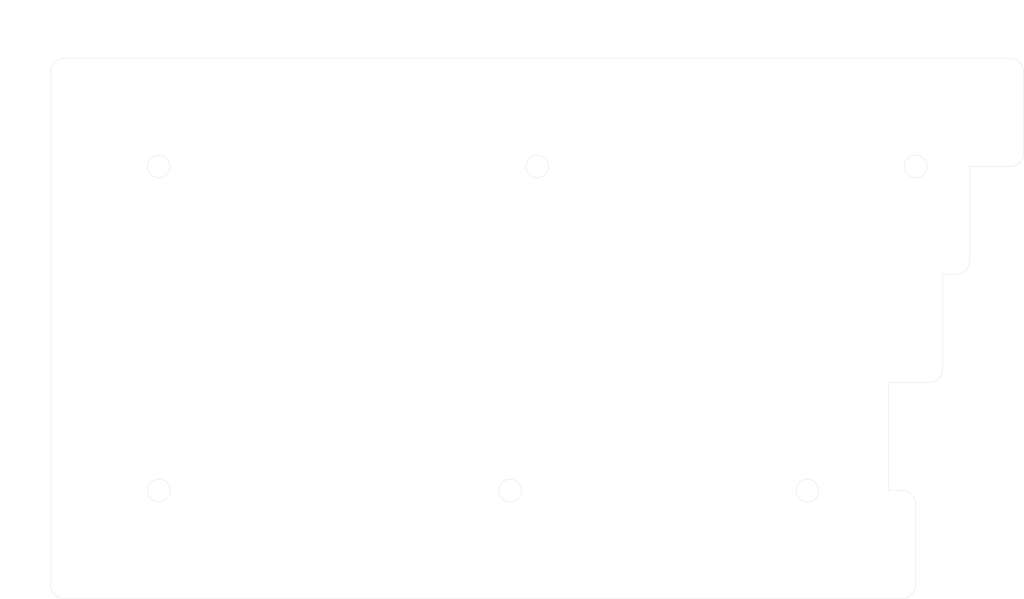
<source format=kicad_pcb>
(kicad_pcb (version 20171130) (host pcbnew 5.1.2-f72e74a~84~ubuntu18.04.1)

  (general
    (thickness 1.6)
    (drawings 30)
    (tracks 0)
    (zones 0)
    (modules 39)
    (nets 1)
  )

  (page A4)
  (layers
    (0 F.Cu signal)
    (31 B.Cu signal)
    (32 B.Adhes user)
    (33 F.Adhes user)
    (34 B.Paste user)
    (35 F.Paste user)
    (36 B.SilkS user)
    (37 F.SilkS user)
    (38 B.Mask user)
    (39 F.Mask user)
    (40 Dwgs.User user)
    (41 Cmts.User user)
    (42 Eco1.User user)
    (43 Eco2.User user)
    (44 Edge.Cuts user)
    (45 Margin user)
    (46 B.CrtYd user)
    (47 F.CrtYd user)
    (48 B.Fab user)
    (49 F.Fab user)
  )

  (setup
    (last_trace_width 0.25)
    (trace_clearance 0.2)
    (zone_clearance 0.508)
    (zone_45_only no)
    (trace_min 0.2)
    (via_size 0.8)
    (via_drill 0.4)
    (via_min_size 0.4)
    (via_min_drill 0.3)
    (uvia_size 0.3)
    (uvia_drill 0.1)
    (uvias_allowed no)
    (uvia_min_size 0.2)
    (uvia_min_drill 0.1)
    (edge_width 0.05)
    (segment_width 0.2)
    (pcb_text_width 0.3)
    (pcb_text_size 1.5 1.5)
    (mod_edge_width 0.12)
    (mod_text_size 1 1)
    (mod_text_width 0.15)
    (pad_size 2.55 2.5)
    (pad_drill 0)
    (pad_to_mask_clearance 0.051)
    (solder_mask_min_width 0.25)
    (aux_axis_origin 0 0)
    (visible_elements FFFFFF7F)
    (pcbplotparams
      (layerselection 0x010f0_ffffffff)
      (usegerberextensions true)
      (usegerberattributes false)
      (usegerberadvancedattributes false)
      (creategerberjobfile false)
      (excludeedgelayer true)
      (linewidth 0.100000)
      (plotframeref false)
      (viasonmask false)
      (mode 1)
      (useauxorigin false)
      (hpglpennumber 1)
      (hpglpenspeed 20)
      (hpglpendiameter 15.000000)
      (psnegative false)
      (psa4output false)
      (plotreference true)
      (plotvalue true)
      (plotinvisibletext false)
      (padsonsilk false)
      (subtractmaskfromsilk true)
      (outputformat 1)
      (mirror false)
      (drillshape 0)
      (scaleselection 1)
      (outputdirectory "../gerber-test/pcb/right/"))
  )

  (net 0 "")

  (net_class Default "これはデフォルトのネット クラスです。"
    (clearance 0.2)
    (trace_width 0.25)
    (via_dia 0.8)
    (via_drill 0.4)
    (uvia_dia 0.3)
    (uvia_drill 0.1)
  )

  (net_class Power ""
    (clearance 0.2)
    (trace_width 0.5)
    (via_dia 0.8)
    (via_drill 0.4)
    (uvia_dia 0.3)
    (uvia_drill 0.1)
  )

  (module lib:MX_CUTOUT_min_dril_1mm (layer B.Cu) (tedit 5CF53254) (tstamp 5CFEA594)
    (at 180.5 130.625 180)
    (fp_text reference MX_CUTOUT (at 0 -1.5) (layer B.SilkS) hide
      (effects (font (size 1 1) (thickness 0.15)) (justify mirror))
    )
    (fp_text value VAL** (at 0 0) (layer B.SilkS) hide
      (effects (font (size 1 1) (thickness 0.15)) (justify mirror))
    )
    (fp_line (start -7 -7) (end -7 7) (layer Dwgs.User) (width 0.12))
    (fp_line (start 7 -7) (end -7 -7) (layer Dwgs.User) (width 0.12))
    (fp_line (start 7 7) (end 7 -7) (layer Dwgs.User) (width 0.12))
    (fp_line (start -7 7) (end 7 7) (layer Dwgs.User) (width 0.12))
    (pad "" np_thru_hole oval (at 6.5 0 90) (size 14 1) (drill oval 14 1) (layers *.Cu *.Mask))
    (pad "" np_thru_hole oval (at -6.5 0 90) (size 14 1) (drill oval 14 1) (layers *.Cu *.Mask))
    (pad "" np_thru_hole oval (at 0 -6.5 180) (size 14 1) (drill oval 14 1) (layers *.Cu *.Mask))
    (pad "" np_thru_hole oval (at 0 6.5 180) (size 14 1) (drill oval 14 1) (layers *.Cu *.Mask))
    (pad "" np_thru_hole circle (at -6.75 -6.75 180) (size 1 1) (drill 1) (layers *.Cu *.Mask))
    (pad "" np_thru_hole circle (at 6.75 -6.75 180) (size 1 1) (drill 1) (layers *.Cu *.Mask))
    (pad "" np_thru_hole circle (at 6.75 6.75 180) (size 1 1) (drill 1) (layers *.Cu *.Mask))
    (pad "" np_thru_hole circle (at -6.75 6.75 180) (size 1 1) (drill 1) (layers *.Cu *.Mask))
  )

  (module lib:MX_CUTOUT_min_dril_1mm (layer B.Cu) (tedit 5CF53254) (tstamp 5CFEA576)
    (at 161.5 130.625 180)
    (fp_text reference MX_CUTOUT (at 0 -1.5) (layer B.SilkS) hide
      (effects (font (size 1 1) (thickness 0.15)) (justify mirror))
    )
    (fp_text value VAL** (at 0 0) (layer B.SilkS) hide
      (effects (font (size 1 1) (thickness 0.15)) (justify mirror))
    )
    (fp_line (start -7 7) (end 7 7) (layer Dwgs.User) (width 0.12))
    (fp_line (start 7 7) (end 7 -7) (layer Dwgs.User) (width 0.12))
    (fp_line (start 7 -7) (end -7 -7) (layer Dwgs.User) (width 0.12))
    (fp_line (start -7 -7) (end -7 7) (layer Dwgs.User) (width 0.12))
    (pad "" np_thru_hole circle (at -6.75 6.75 180) (size 1 1) (drill 1) (layers *.Cu *.Mask))
    (pad "" np_thru_hole circle (at 6.75 6.75 180) (size 1 1) (drill 1) (layers *.Cu *.Mask))
    (pad "" np_thru_hole circle (at 6.75 -6.75 180) (size 1 1) (drill 1) (layers *.Cu *.Mask))
    (pad "" np_thru_hole circle (at -6.75 -6.75 180) (size 1 1) (drill 1) (layers *.Cu *.Mask))
    (pad "" np_thru_hole oval (at 0 6.5 180) (size 14 1) (drill oval 14 1) (layers *.Cu *.Mask))
    (pad "" np_thru_hole oval (at 0 -6.5 180) (size 14 1) (drill oval 14 1) (layers *.Cu *.Mask))
    (pad "" np_thru_hole oval (at -6.5 0 90) (size 14 1) (drill oval 14 1) (layers *.Cu *.Mask))
    (pad "" np_thru_hole oval (at 6.5 0 90) (size 14 1) (drill oval 14 1) (layers *.Cu *.Mask))
  )

  (module lib:MX_CUTOUT_min_dril_1mm (layer B.Cu) (tedit 5CF53254) (tstamp 5CFEA558)
    (at 140.125 130.625 180)
    (fp_text reference MX_CUTOUT (at 0 -1.5) (layer B.SilkS) hide
      (effects (font (size 1 1) (thickness 0.15)) (justify mirror))
    )
    (fp_text value VAL** (at 0 0) (layer B.SilkS) hide
      (effects (font (size 1 1) (thickness 0.15)) (justify mirror))
    )
    (fp_line (start -7 -7) (end -7 7) (layer Dwgs.User) (width 0.12))
    (fp_line (start 7 -7) (end -7 -7) (layer Dwgs.User) (width 0.12))
    (fp_line (start 7 7) (end 7 -7) (layer Dwgs.User) (width 0.12))
    (fp_line (start -7 7) (end 7 7) (layer Dwgs.User) (width 0.12))
    (pad "" np_thru_hole oval (at 6.5 0 90) (size 14 1) (drill oval 14 1) (layers *.Cu *.Mask))
    (pad "" np_thru_hole oval (at -6.5 0 90) (size 14 1) (drill oval 14 1) (layers *.Cu *.Mask))
    (pad "" np_thru_hole oval (at 0 -6.5 180) (size 14 1) (drill oval 14 1) (layers *.Cu *.Mask))
    (pad "" np_thru_hole oval (at 0 6.5 180) (size 14 1) (drill oval 14 1) (layers *.Cu *.Mask))
    (pad "" np_thru_hole circle (at -6.75 -6.75 180) (size 1 1) (drill 1) (layers *.Cu *.Mask))
    (pad "" np_thru_hole circle (at 6.75 -6.75 180) (size 1 1) (drill 1) (layers *.Cu *.Mask))
    (pad "" np_thru_hole circle (at 6.75 6.75 180) (size 1 1) (drill 1) (layers *.Cu *.Mask))
    (pad "" np_thru_hole circle (at -6.75 6.75 180) (size 1 1) (drill 1) (layers *.Cu *.Mask))
  )

  (module lib:MX_CUTOUT_min_dril_1mm (layer B.Cu) (tedit 5CF53254) (tstamp 5CFEA53A)
    (at 116.375 130.625 180)
    (fp_text reference MX_CUTOUT (at 0 -1.5) (layer B.SilkS) hide
      (effects (font (size 1 1) (thickness 0.15)) (justify mirror))
    )
    (fp_text value VAL** (at 0 0) (layer B.SilkS) hide
      (effects (font (size 1 1) (thickness 0.15)) (justify mirror))
    )
    (fp_line (start -7 7) (end 7 7) (layer Dwgs.User) (width 0.12))
    (fp_line (start 7 7) (end 7 -7) (layer Dwgs.User) (width 0.12))
    (fp_line (start 7 -7) (end -7 -7) (layer Dwgs.User) (width 0.12))
    (fp_line (start -7 -7) (end -7 7) (layer Dwgs.User) (width 0.12))
    (pad "" np_thru_hole circle (at -6.75 6.75 180) (size 1 1) (drill 1) (layers *.Cu *.Mask))
    (pad "" np_thru_hole circle (at 6.75 6.75 180) (size 1 1) (drill 1) (layers *.Cu *.Mask))
    (pad "" np_thru_hole circle (at 6.75 -6.75 180) (size 1 1) (drill 1) (layers *.Cu *.Mask))
    (pad "" np_thru_hole circle (at -6.75 -6.75 180) (size 1 1) (drill 1) (layers *.Cu *.Mask))
    (pad "" np_thru_hole oval (at 0 6.5 180) (size 14 1) (drill oval 14 1) (layers *.Cu *.Mask))
    (pad "" np_thru_hole oval (at 0 -6.5 180) (size 14 1) (drill oval 14 1) (layers *.Cu *.Mask))
    (pad "" np_thru_hole oval (at -6.5 0 90) (size 14 1) (drill oval 14 1) (layers *.Cu *.Mask))
    (pad "" np_thru_hole oval (at 6.5 0 90) (size 14 1) (drill oval 14 1) (layers *.Cu *.Mask))
  )

  (module lib:MX_CUTOUT_min_dril_1mm (layer B.Cu) (tedit 5CF53254) (tstamp 5CFEA51C)
    (at 92.625 130.625 180)
    (fp_text reference MX_CUTOUT (at 0 -1.5) (layer B.SilkS) hide
      (effects (font (size 1 1) (thickness 0.15)) (justify mirror))
    )
    (fp_text value VAL** (at 0 0) (layer B.SilkS) hide
      (effects (font (size 1 1) (thickness 0.15)) (justify mirror))
    )
    (fp_line (start -7 -7) (end -7 7) (layer Dwgs.User) (width 0.12))
    (fp_line (start 7 -7) (end -7 -7) (layer Dwgs.User) (width 0.12))
    (fp_line (start 7 7) (end 7 -7) (layer Dwgs.User) (width 0.12))
    (fp_line (start -7 7) (end 7 7) (layer Dwgs.User) (width 0.12))
    (pad "" np_thru_hole oval (at 6.5 0 90) (size 14 1) (drill oval 14 1) (layers *.Cu *.Mask))
    (pad "" np_thru_hole oval (at -6.5 0 90) (size 14 1) (drill oval 14 1) (layers *.Cu *.Mask))
    (pad "" np_thru_hole oval (at 0 -6.5 180) (size 14 1) (drill oval 14 1) (layers *.Cu *.Mask))
    (pad "" np_thru_hole oval (at 0 6.5 180) (size 14 1) (drill oval 14 1) (layers *.Cu *.Mask))
    (pad "" np_thru_hole circle (at -6.75 -6.75 180) (size 1 1) (drill 1) (layers *.Cu *.Mask))
    (pad "" np_thru_hole circle (at 6.75 -6.75 180) (size 1 1) (drill 1) (layers *.Cu *.Mask))
    (pad "" np_thru_hole circle (at 6.75 6.75 180) (size 1 1) (drill 1) (layers *.Cu *.Mask))
    (pad "" np_thru_hole circle (at -6.75 6.75 180) (size 1 1) (drill 1) (layers *.Cu *.Mask))
  )

  (module lib:MX_CUTOUT_min_dril_1mm (layer B.Cu) (tedit 5CF53254) (tstamp 5CFEA4FE)
    (at 71.25 130.625 180)
    (fp_text reference MX_CUTOUT (at 0 -1.5) (layer B.SilkS) hide
      (effects (font (size 1 1) (thickness 0.15)) (justify mirror))
    )
    (fp_text value VAL** (at 0 0) (layer B.SilkS) hide
      (effects (font (size 1 1) (thickness 0.15)) (justify mirror))
    )
    (fp_line (start -7 7) (end 7 7) (layer Dwgs.User) (width 0.12))
    (fp_line (start 7 7) (end 7 -7) (layer Dwgs.User) (width 0.12))
    (fp_line (start 7 -7) (end -7 -7) (layer Dwgs.User) (width 0.12))
    (fp_line (start -7 -7) (end -7 7) (layer Dwgs.User) (width 0.12))
    (pad "" np_thru_hole circle (at -6.75 6.75 180) (size 1 1) (drill 1) (layers *.Cu *.Mask))
    (pad "" np_thru_hole circle (at 6.75 6.75 180) (size 1 1) (drill 1) (layers *.Cu *.Mask))
    (pad "" np_thru_hole circle (at 6.75 -6.75 180) (size 1 1) (drill 1) (layers *.Cu *.Mask))
    (pad "" np_thru_hole circle (at -6.75 -6.75 180) (size 1 1) (drill 1) (layers *.Cu *.Mask))
    (pad "" np_thru_hole oval (at 0 6.5 180) (size 14 1) (drill oval 14 1) (layers *.Cu *.Mask))
    (pad "" np_thru_hole oval (at 0 -6.5 180) (size 14 1) (drill oval 14 1) (layers *.Cu *.Mask))
    (pad "" np_thru_hole oval (at -6.5 0 90) (size 14 1) (drill oval 14 1) (layers *.Cu *.Mask))
    (pad "" np_thru_hole oval (at 6.5 0 90) (size 14 1) (drill oval 14 1) (layers *.Cu *.Mask))
  )

  (module lib:MX_CUTOUT_min_dril_1mm (layer B.Cu) (tedit 5CF53254) (tstamp 5CFEA4E0)
    (at 49.875 130.625 180)
    (fp_text reference MX_CUTOUT (at 0 -1.5) (layer B.SilkS) hide
      (effects (font (size 1 1) (thickness 0.15)) (justify mirror))
    )
    (fp_text value VAL** (at 0 0) (layer B.SilkS) hide
      (effects (font (size 1 1) (thickness 0.15)) (justify mirror))
    )
    (fp_line (start -7 -7) (end -7 7) (layer Dwgs.User) (width 0.12))
    (fp_line (start 7 -7) (end -7 -7) (layer Dwgs.User) (width 0.12))
    (fp_line (start 7 7) (end 7 -7) (layer Dwgs.User) (width 0.12))
    (fp_line (start -7 7) (end 7 7) (layer Dwgs.User) (width 0.12))
    (pad "" np_thru_hole oval (at 6.5 0 90) (size 14 1) (drill oval 14 1) (layers *.Cu *.Mask))
    (pad "" np_thru_hole oval (at -6.5 0 90) (size 14 1) (drill oval 14 1) (layers *.Cu *.Mask))
    (pad "" np_thru_hole oval (at 0 -6.5 180) (size 14 1) (drill oval 14 1) (layers *.Cu *.Mask))
    (pad "" np_thru_hole oval (at 0 6.5 180) (size 14 1) (drill oval 14 1) (layers *.Cu *.Mask))
    (pad "" np_thru_hole circle (at -6.75 -6.75 180) (size 1 1) (drill 1) (layers *.Cu *.Mask))
    (pad "" np_thru_hole circle (at 6.75 -6.75 180) (size 1 1) (drill 1) (layers *.Cu *.Mask))
    (pad "" np_thru_hole circle (at 6.75 6.75 180) (size 1 1) (drill 1) (layers *.Cu *.Mask))
    (pad "" np_thru_hole circle (at -6.75 6.75 180) (size 1 1) (drill 1) (layers *.Cu *.Mask))
  )

  (module lib:MX_CUTOUT_min_dril_1mm (layer B.Cu) (tedit 5CF53254) (tstamp 5CFEA4C2)
    (at 47.5 54.625 180)
    (fp_text reference MX_CUTOUT (at 0 -1.5) (layer B.SilkS) hide
      (effects (font (size 1 1) (thickness 0.15)) (justify mirror))
    )
    (fp_text value VAL** (at 0 0) (layer B.SilkS) hide
      (effects (font (size 1 1) (thickness 0.15)) (justify mirror))
    )
    (fp_line (start -7 7) (end 7 7) (layer Dwgs.User) (width 0.12))
    (fp_line (start 7 7) (end 7 -7) (layer Dwgs.User) (width 0.12))
    (fp_line (start 7 -7) (end -7 -7) (layer Dwgs.User) (width 0.12))
    (fp_line (start -7 -7) (end -7 7) (layer Dwgs.User) (width 0.12))
    (pad "" np_thru_hole circle (at -6.75 6.75 180) (size 1 1) (drill 1) (layers *.Cu *.Mask))
    (pad "" np_thru_hole circle (at 6.75 6.75 180) (size 1 1) (drill 1) (layers *.Cu *.Mask))
    (pad "" np_thru_hole circle (at 6.75 -6.75 180) (size 1 1) (drill 1) (layers *.Cu *.Mask))
    (pad "" np_thru_hole circle (at -6.75 -6.75 180) (size 1 1) (drill 1) (layers *.Cu *.Mask))
    (pad "" np_thru_hole oval (at 0 6.5 180) (size 14 1) (drill oval 14 1) (layers *.Cu *.Mask))
    (pad "" np_thru_hole oval (at 0 -6.5 180) (size 14 1) (drill oval 14 1) (layers *.Cu *.Mask))
    (pad "" np_thru_hole oval (at -6.5 0 90) (size 14 1) (drill oval 14 1) (layers *.Cu *.Mask))
    (pad "" np_thru_hole oval (at 6.5 0 90) (size 14 1) (drill oval 14 1) (layers *.Cu *.Mask))
  )

  (module lib:MX_CUTOUT_min_dril_1mm (layer B.Cu) (tedit 5CF53254) (tstamp 5CFEA4A4)
    (at 66.5 54.625 180)
    (fp_text reference MX_CUTOUT (at 0 -1.5) (layer B.SilkS) hide
      (effects (font (size 1 1) (thickness 0.15)) (justify mirror))
    )
    (fp_text value VAL** (at 0 0) (layer B.SilkS) hide
      (effects (font (size 1 1) (thickness 0.15)) (justify mirror))
    )
    (fp_line (start -7 -7) (end -7 7) (layer Dwgs.User) (width 0.12))
    (fp_line (start 7 -7) (end -7 -7) (layer Dwgs.User) (width 0.12))
    (fp_line (start 7 7) (end 7 -7) (layer Dwgs.User) (width 0.12))
    (fp_line (start -7 7) (end 7 7) (layer Dwgs.User) (width 0.12))
    (pad "" np_thru_hole oval (at 6.5 0 90) (size 14 1) (drill oval 14 1) (layers *.Cu *.Mask))
    (pad "" np_thru_hole oval (at -6.5 0 90) (size 14 1) (drill oval 14 1) (layers *.Cu *.Mask))
    (pad "" np_thru_hole oval (at 0 -6.5 180) (size 14 1) (drill oval 14 1) (layers *.Cu *.Mask))
    (pad "" np_thru_hole oval (at 0 6.5 180) (size 14 1) (drill oval 14 1) (layers *.Cu *.Mask))
    (pad "" np_thru_hole circle (at -6.75 -6.75 180) (size 1 1) (drill 1) (layers *.Cu *.Mask))
    (pad "" np_thru_hole circle (at 6.75 -6.75 180) (size 1 1) (drill 1) (layers *.Cu *.Mask))
    (pad "" np_thru_hole circle (at 6.75 6.75 180) (size 1 1) (drill 1) (layers *.Cu *.Mask))
    (pad "" np_thru_hole circle (at -6.75 6.75 180) (size 1 1) (drill 1) (layers *.Cu *.Mask))
  )

  (module lib:MX_CUTOUT_min_dril_1mm (layer B.Cu) (tedit 5CF53254) (tstamp 5CFEA486)
    (at 85.5 54.625 180)
    (fp_text reference MX_CUTOUT (at 0 -1.5) (layer B.SilkS) hide
      (effects (font (size 1 1) (thickness 0.15)) (justify mirror))
    )
    (fp_text value VAL** (at 0 0) (layer B.SilkS) hide
      (effects (font (size 1 1) (thickness 0.15)) (justify mirror))
    )
    (fp_line (start -7 7) (end 7 7) (layer Dwgs.User) (width 0.12))
    (fp_line (start 7 7) (end 7 -7) (layer Dwgs.User) (width 0.12))
    (fp_line (start 7 -7) (end -7 -7) (layer Dwgs.User) (width 0.12))
    (fp_line (start -7 -7) (end -7 7) (layer Dwgs.User) (width 0.12))
    (pad "" np_thru_hole circle (at -6.75 6.75 180) (size 1 1) (drill 1) (layers *.Cu *.Mask))
    (pad "" np_thru_hole circle (at 6.75 6.75 180) (size 1 1) (drill 1) (layers *.Cu *.Mask))
    (pad "" np_thru_hole circle (at 6.75 -6.75 180) (size 1 1) (drill 1) (layers *.Cu *.Mask))
    (pad "" np_thru_hole circle (at -6.75 -6.75 180) (size 1 1) (drill 1) (layers *.Cu *.Mask))
    (pad "" np_thru_hole oval (at 0 6.5 180) (size 14 1) (drill oval 14 1) (layers *.Cu *.Mask))
    (pad "" np_thru_hole oval (at 0 -6.5 180) (size 14 1) (drill oval 14 1) (layers *.Cu *.Mask))
    (pad "" np_thru_hole oval (at -6.5 0 90) (size 14 1) (drill oval 14 1) (layers *.Cu *.Mask))
    (pad "" np_thru_hole oval (at 6.5 0 90) (size 14 1) (drill oval 14 1) (layers *.Cu *.Mask))
  )

  (module lib:MX_CUTOUT_min_dril_1mm (layer B.Cu) (tedit 5CF53254) (tstamp 5CFEA468)
    (at 104.5 54.625 180)
    (fp_text reference MX_CUTOUT (at 0 -1.5) (layer B.SilkS) hide
      (effects (font (size 1 1) (thickness 0.15)) (justify mirror))
    )
    (fp_text value VAL** (at 0 0) (layer B.SilkS) hide
      (effects (font (size 1 1) (thickness 0.15)) (justify mirror))
    )
    (fp_line (start -7 -7) (end -7 7) (layer Dwgs.User) (width 0.12))
    (fp_line (start 7 -7) (end -7 -7) (layer Dwgs.User) (width 0.12))
    (fp_line (start 7 7) (end 7 -7) (layer Dwgs.User) (width 0.12))
    (fp_line (start -7 7) (end 7 7) (layer Dwgs.User) (width 0.12))
    (pad "" np_thru_hole oval (at 6.5 0 90) (size 14 1) (drill oval 14 1) (layers *.Cu *.Mask))
    (pad "" np_thru_hole oval (at -6.5 0 90) (size 14 1) (drill oval 14 1) (layers *.Cu *.Mask))
    (pad "" np_thru_hole oval (at 0 -6.5 180) (size 14 1) (drill oval 14 1) (layers *.Cu *.Mask))
    (pad "" np_thru_hole oval (at 0 6.5 180) (size 14 1) (drill oval 14 1) (layers *.Cu *.Mask))
    (pad "" np_thru_hole circle (at -6.75 -6.75 180) (size 1 1) (drill 1) (layers *.Cu *.Mask))
    (pad "" np_thru_hole circle (at 6.75 -6.75 180) (size 1 1) (drill 1) (layers *.Cu *.Mask))
    (pad "" np_thru_hole circle (at 6.75 6.75 180) (size 1 1) (drill 1) (layers *.Cu *.Mask))
    (pad "" np_thru_hole circle (at -6.75 6.75 180) (size 1 1) (drill 1) (layers *.Cu *.Mask))
  )

  (module lib:MX_CUTOUT_min_dril_1mm (layer B.Cu) (tedit 5CF53254) (tstamp 5CFEA44A)
    (at 123.5 54.625 180)
    (fp_text reference MX_CUTOUT (at 0 -1.5) (layer B.SilkS) hide
      (effects (font (size 1 1) (thickness 0.15)) (justify mirror))
    )
    (fp_text value VAL** (at 0 0) (layer B.SilkS) hide
      (effects (font (size 1 1) (thickness 0.15)) (justify mirror))
    )
    (fp_line (start -7 7) (end 7 7) (layer Dwgs.User) (width 0.12))
    (fp_line (start 7 7) (end 7 -7) (layer Dwgs.User) (width 0.12))
    (fp_line (start 7 -7) (end -7 -7) (layer Dwgs.User) (width 0.12))
    (fp_line (start -7 -7) (end -7 7) (layer Dwgs.User) (width 0.12))
    (pad "" np_thru_hole circle (at -6.75 6.75 180) (size 1 1) (drill 1) (layers *.Cu *.Mask))
    (pad "" np_thru_hole circle (at 6.75 6.75 180) (size 1 1) (drill 1) (layers *.Cu *.Mask))
    (pad "" np_thru_hole circle (at 6.75 -6.75 180) (size 1 1) (drill 1) (layers *.Cu *.Mask))
    (pad "" np_thru_hole circle (at -6.75 -6.75 180) (size 1 1) (drill 1) (layers *.Cu *.Mask))
    (pad "" np_thru_hole oval (at 0 6.5 180) (size 14 1) (drill oval 14 1) (layers *.Cu *.Mask))
    (pad "" np_thru_hole oval (at 0 -6.5 180) (size 14 1) (drill oval 14 1) (layers *.Cu *.Mask))
    (pad "" np_thru_hole oval (at -6.5 0 90) (size 14 1) (drill oval 14 1) (layers *.Cu *.Mask))
    (pad "" np_thru_hole oval (at 6.5 0 90) (size 14 1) (drill oval 14 1) (layers *.Cu *.Mask))
  )

  (module lib:MX_CUTOUT_min_dril_1mm (layer B.Cu) (tedit 5CF53254) (tstamp 5CFEA42C)
    (at 142.5 54.625 180)
    (fp_text reference MX_CUTOUT (at 0 -1.5) (layer B.SilkS) hide
      (effects (font (size 1 1) (thickness 0.15)) (justify mirror))
    )
    (fp_text value VAL** (at 0 0) (layer B.SilkS) hide
      (effects (font (size 1 1) (thickness 0.15)) (justify mirror))
    )
    (fp_line (start -7 -7) (end -7 7) (layer Dwgs.User) (width 0.12))
    (fp_line (start 7 -7) (end -7 -7) (layer Dwgs.User) (width 0.12))
    (fp_line (start 7 7) (end 7 -7) (layer Dwgs.User) (width 0.12))
    (fp_line (start -7 7) (end 7 7) (layer Dwgs.User) (width 0.12))
    (pad "" np_thru_hole oval (at 6.5 0 90) (size 14 1) (drill oval 14 1) (layers *.Cu *.Mask))
    (pad "" np_thru_hole oval (at -6.5 0 90) (size 14 1) (drill oval 14 1) (layers *.Cu *.Mask))
    (pad "" np_thru_hole oval (at 0 -6.5 180) (size 14 1) (drill oval 14 1) (layers *.Cu *.Mask))
    (pad "" np_thru_hole oval (at 0 6.5 180) (size 14 1) (drill oval 14 1) (layers *.Cu *.Mask))
    (pad "" np_thru_hole circle (at -6.75 -6.75 180) (size 1 1) (drill 1) (layers *.Cu *.Mask))
    (pad "" np_thru_hole circle (at 6.75 -6.75 180) (size 1 1) (drill 1) (layers *.Cu *.Mask))
    (pad "" np_thru_hole circle (at 6.75 6.75 180) (size 1 1) (drill 1) (layers *.Cu *.Mask))
    (pad "" np_thru_hole circle (at -6.75 6.75 180) (size 1 1) (drill 1) (layers *.Cu *.Mask))
  )

  (module lib:MX_CUTOUT_min_dril_1mm (layer B.Cu) (tedit 5CF53254) (tstamp 5CFEA40E)
    (at 161.5 54.625 180)
    (fp_text reference MX_CUTOUT (at 0 -1.5) (layer B.SilkS) hide
      (effects (font (size 1 1) (thickness 0.15)) (justify mirror))
    )
    (fp_text value VAL** (at 0 0) (layer B.SilkS) hide
      (effects (font (size 1 1) (thickness 0.15)) (justify mirror))
    )
    (fp_line (start -7 7) (end 7 7) (layer Dwgs.User) (width 0.12))
    (fp_line (start 7 7) (end 7 -7) (layer Dwgs.User) (width 0.12))
    (fp_line (start 7 -7) (end -7 -7) (layer Dwgs.User) (width 0.12))
    (fp_line (start -7 -7) (end -7 7) (layer Dwgs.User) (width 0.12))
    (pad "" np_thru_hole circle (at -6.75 6.75 180) (size 1 1) (drill 1) (layers *.Cu *.Mask))
    (pad "" np_thru_hole circle (at 6.75 6.75 180) (size 1 1) (drill 1) (layers *.Cu *.Mask))
    (pad "" np_thru_hole circle (at 6.75 -6.75 180) (size 1 1) (drill 1) (layers *.Cu *.Mask))
    (pad "" np_thru_hole circle (at -6.75 -6.75 180) (size 1 1) (drill 1) (layers *.Cu *.Mask))
    (pad "" np_thru_hole oval (at 0 6.5 180) (size 14 1) (drill oval 14 1) (layers *.Cu *.Mask))
    (pad "" np_thru_hole oval (at 0 -6.5 180) (size 14 1) (drill oval 14 1) (layers *.Cu *.Mask))
    (pad "" np_thru_hole oval (at -6.5 0 90) (size 14 1) (drill oval 14 1) (layers *.Cu *.Mask))
    (pad "" np_thru_hole oval (at 6.5 0 90) (size 14 1) (drill oval 14 1) (layers *.Cu *.Mask))
  )

  (module lib:MX_CUTOUT_min_dril_1mm (layer B.Cu) (tedit 5CF53254) (tstamp 5CFEA3F0)
    (at 180.5 54.625 180)
    (fp_text reference MX_CUTOUT (at 0 -1.5) (layer B.SilkS) hide
      (effects (font (size 1 1) (thickness 0.15)) (justify mirror))
    )
    (fp_text value VAL** (at 0 0) (layer B.SilkS) hide
      (effects (font (size 1 1) (thickness 0.15)) (justify mirror))
    )
    (fp_line (start -7 -7) (end -7 7) (layer Dwgs.User) (width 0.12))
    (fp_line (start 7 -7) (end -7 -7) (layer Dwgs.User) (width 0.12))
    (fp_line (start 7 7) (end 7 -7) (layer Dwgs.User) (width 0.12))
    (fp_line (start -7 7) (end 7 7) (layer Dwgs.User) (width 0.12))
    (pad "" np_thru_hole oval (at 6.5 0 90) (size 14 1) (drill oval 14 1) (layers *.Cu *.Mask))
    (pad "" np_thru_hole oval (at -6.5 0 90) (size 14 1) (drill oval 14 1) (layers *.Cu *.Mask))
    (pad "" np_thru_hole oval (at 0 -6.5 180) (size 14 1) (drill oval 14 1) (layers *.Cu *.Mask))
    (pad "" np_thru_hole oval (at 0 6.5 180) (size 14 1) (drill oval 14 1) (layers *.Cu *.Mask))
    (pad "" np_thru_hole circle (at -6.75 -6.75 180) (size 1 1) (drill 1) (layers *.Cu *.Mask))
    (pad "" np_thru_hole circle (at 6.75 -6.75 180) (size 1 1) (drill 1) (layers *.Cu *.Mask))
    (pad "" np_thru_hole circle (at 6.75 6.75 180) (size 1 1) (drill 1) (layers *.Cu *.Mask))
    (pad "" np_thru_hole circle (at -6.75 6.75 180) (size 1 1) (drill 1) (layers *.Cu *.Mask))
  )

  (module lib:MX_CUTOUT_min_dril_1mm (layer B.Cu) (tedit 5CF53254) (tstamp 5CFEA3D2)
    (at 199.5 54.625 180)
    (fp_text reference MX_CUTOUT (at 0 -1.5) (layer B.SilkS) hide
      (effects (font (size 1 1) (thickness 0.15)) (justify mirror))
    )
    (fp_text value VAL** (at 0 0) (layer B.SilkS) hide
      (effects (font (size 1 1) (thickness 0.15)) (justify mirror))
    )
    (fp_line (start -7 7) (end 7 7) (layer Dwgs.User) (width 0.12))
    (fp_line (start 7 7) (end 7 -7) (layer Dwgs.User) (width 0.12))
    (fp_line (start 7 -7) (end -7 -7) (layer Dwgs.User) (width 0.12))
    (fp_line (start -7 -7) (end -7 7) (layer Dwgs.User) (width 0.12))
    (pad "" np_thru_hole circle (at -6.75 6.75 180) (size 1 1) (drill 1) (layers *.Cu *.Mask))
    (pad "" np_thru_hole circle (at 6.75 6.75 180) (size 1 1) (drill 1) (layers *.Cu *.Mask))
    (pad "" np_thru_hole circle (at 6.75 -6.75 180) (size 1 1) (drill 1) (layers *.Cu *.Mask))
    (pad "" np_thru_hole circle (at -6.75 -6.75 180) (size 1 1) (drill 1) (layers *.Cu *.Mask))
    (pad "" np_thru_hole oval (at 0 6.5 180) (size 14 1) (drill oval 14 1) (layers *.Cu *.Mask))
    (pad "" np_thru_hole oval (at 0 -6.5 180) (size 14 1) (drill oval 14 1) (layers *.Cu *.Mask))
    (pad "" np_thru_hole oval (at -6.5 0 90) (size 14 1) (drill oval 14 1) (layers *.Cu *.Mask))
    (pad "" np_thru_hole oval (at 6.5 0 90) (size 14 1) (drill oval 14 1) (layers *.Cu *.Mask))
  )

  (module lib:MX_CUTOUT_min_dril_1mm (layer B.Cu) (tedit 5CF53254) (tstamp 5CFEA3B4)
    (at 190 73.625 180)
    (fp_text reference MX_CUTOUT (at 0 -1.5) (layer B.SilkS) hide
      (effects (font (size 1 1) (thickness 0.15)) (justify mirror))
    )
    (fp_text value VAL** (at 0 0) (layer B.SilkS) hide
      (effects (font (size 1 1) (thickness 0.15)) (justify mirror))
    )
    (fp_line (start -7 -7) (end -7 7) (layer Dwgs.User) (width 0.12))
    (fp_line (start 7 -7) (end -7 -7) (layer Dwgs.User) (width 0.12))
    (fp_line (start 7 7) (end 7 -7) (layer Dwgs.User) (width 0.12))
    (fp_line (start -7 7) (end 7 7) (layer Dwgs.User) (width 0.12))
    (pad "" np_thru_hole oval (at 6.5 0 90) (size 14 1) (drill oval 14 1) (layers *.Cu *.Mask))
    (pad "" np_thru_hole oval (at -6.5 0 90) (size 14 1) (drill oval 14 1) (layers *.Cu *.Mask))
    (pad "" np_thru_hole oval (at 0 -6.5 180) (size 14 1) (drill oval 14 1) (layers *.Cu *.Mask))
    (pad "" np_thru_hole oval (at 0 6.5 180) (size 14 1) (drill oval 14 1) (layers *.Cu *.Mask))
    (pad "" np_thru_hole circle (at -6.75 -6.75 180) (size 1 1) (drill 1) (layers *.Cu *.Mask))
    (pad "" np_thru_hole circle (at 6.75 -6.75 180) (size 1 1) (drill 1) (layers *.Cu *.Mask))
    (pad "" np_thru_hole circle (at 6.75 6.75 180) (size 1 1) (drill 1) (layers *.Cu *.Mask))
    (pad "" np_thru_hole circle (at -6.75 6.75 180) (size 1 1) (drill 1) (layers *.Cu *.Mask))
  )

  (module lib:MX_CUTOUT_min_dril_1mm (layer B.Cu) (tedit 5CF53254) (tstamp 5CFEA396)
    (at 171 73.625 180)
    (fp_text reference MX_CUTOUT (at 0 -1.5) (layer B.SilkS) hide
      (effects (font (size 1 1) (thickness 0.15)) (justify mirror))
    )
    (fp_text value VAL** (at 0 0) (layer B.SilkS) hide
      (effects (font (size 1 1) (thickness 0.15)) (justify mirror))
    )
    (fp_line (start -7 7) (end 7 7) (layer Dwgs.User) (width 0.12))
    (fp_line (start 7 7) (end 7 -7) (layer Dwgs.User) (width 0.12))
    (fp_line (start 7 -7) (end -7 -7) (layer Dwgs.User) (width 0.12))
    (fp_line (start -7 -7) (end -7 7) (layer Dwgs.User) (width 0.12))
    (pad "" np_thru_hole circle (at -6.75 6.75 180) (size 1 1) (drill 1) (layers *.Cu *.Mask))
    (pad "" np_thru_hole circle (at 6.75 6.75 180) (size 1 1) (drill 1) (layers *.Cu *.Mask))
    (pad "" np_thru_hole circle (at 6.75 -6.75 180) (size 1 1) (drill 1) (layers *.Cu *.Mask))
    (pad "" np_thru_hole circle (at -6.75 -6.75 180) (size 1 1) (drill 1) (layers *.Cu *.Mask))
    (pad "" np_thru_hole oval (at 0 6.5 180) (size 14 1) (drill oval 14 1) (layers *.Cu *.Mask))
    (pad "" np_thru_hole oval (at 0 -6.5 180) (size 14 1) (drill oval 14 1) (layers *.Cu *.Mask))
    (pad "" np_thru_hole oval (at -6.5 0 90) (size 14 1) (drill oval 14 1) (layers *.Cu *.Mask))
    (pad "" np_thru_hole oval (at 6.5 0 90) (size 14 1) (drill oval 14 1) (layers *.Cu *.Mask))
  )

  (module lib:MX_CUTOUT_min_dril_1mm (layer B.Cu) (tedit 5CF53254) (tstamp 5CFEA378)
    (at 152 73.625 180)
    (fp_text reference MX_CUTOUT (at 0 -1.5) (layer B.SilkS) hide
      (effects (font (size 1 1) (thickness 0.15)) (justify mirror))
    )
    (fp_text value VAL** (at 0 0) (layer B.SilkS) hide
      (effects (font (size 1 1) (thickness 0.15)) (justify mirror))
    )
    (fp_line (start -7 -7) (end -7 7) (layer Dwgs.User) (width 0.12))
    (fp_line (start 7 -7) (end -7 -7) (layer Dwgs.User) (width 0.12))
    (fp_line (start 7 7) (end 7 -7) (layer Dwgs.User) (width 0.12))
    (fp_line (start -7 7) (end 7 7) (layer Dwgs.User) (width 0.12))
    (pad "" np_thru_hole oval (at 6.5 0 90) (size 14 1) (drill oval 14 1) (layers *.Cu *.Mask))
    (pad "" np_thru_hole oval (at -6.5 0 90) (size 14 1) (drill oval 14 1) (layers *.Cu *.Mask))
    (pad "" np_thru_hole oval (at 0 -6.5 180) (size 14 1) (drill oval 14 1) (layers *.Cu *.Mask))
    (pad "" np_thru_hole oval (at 0 6.5 180) (size 14 1) (drill oval 14 1) (layers *.Cu *.Mask))
    (pad "" np_thru_hole circle (at -6.75 -6.75 180) (size 1 1) (drill 1) (layers *.Cu *.Mask))
    (pad "" np_thru_hole circle (at 6.75 -6.75 180) (size 1 1) (drill 1) (layers *.Cu *.Mask))
    (pad "" np_thru_hole circle (at 6.75 6.75 180) (size 1 1) (drill 1) (layers *.Cu *.Mask))
    (pad "" np_thru_hole circle (at -6.75 6.75 180) (size 1 1) (drill 1) (layers *.Cu *.Mask))
  )

  (module lib:MX_CUTOUT_min_dril_1mm (layer B.Cu) (tedit 5CF53254) (tstamp 5CFEA35A)
    (at 133 73.625 180)
    (fp_text reference MX_CUTOUT (at 0 -1.5) (layer B.SilkS) hide
      (effects (font (size 1 1) (thickness 0.15)) (justify mirror))
    )
    (fp_text value VAL** (at 0 0) (layer B.SilkS) hide
      (effects (font (size 1 1) (thickness 0.15)) (justify mirror))
    )
    (fp_line (start -7 7) (end 7 7) (layer Dwgs.User) (width 0.12))
    (fp_line (start 7 7) (end 7 -7) (layer Dwgs.User) (width 0.12))
    (fp_line (start 7 -7) (end -7 -7) (layer Dwgs.User) (width 0.12))
    (fp_line (start -7 -7) (end -7 7) (layer Dwgs.User) (width 0.12))
    (pad "" np_thru_hole circle (at -6.75 6.75 180) (size 1 1) (drill 1) (layers *.Cu *.Mask))
    (pad "" np_thru_hole circle (at 6.75 6.75 180) (size 1 1) (drill 1) (layers *.Cu *.Mask))
    (pad "" np_thru_hole circle (at 6.75 -6.75 180) (size 1 1) (drill 1) (layers *.Cu *.Mask))
    (pad "" np_thru_hole circle (at -6.75 -6.75 180) (size 1 1) (drill 1) (layers *.Cu *.Mask))
    (pad "" np_thru_hole oval (at 0 6.5 180) (size 14 1) (drill oval 14 1) (layers *.Cu *.Mask))
    (pad "" np_thru_hole oval (at 0 -6.5 180) (size 14 1) (drill oval 14 1) (layers *.Cu *.Mask))
    (pad "" np_thru_hole oval (at -6.5 0 90) (size 14 1) (drill oval 14 1) (layers *.Cu *.Mask))
    (pad "" np_thru_hole oval (at 6.5 0 90) (size 14 1) (drill oval 14 1) (layers *.Cu *.Mask))
  )

  (module lib:MX_CUTOUT_min_dril_1mm (layer B.Cu) (tedit 5CF53254) (tstamp 5CFEA33C)
    (at 114 73.625 180)
    (fp_text reference MX_CUTOUT (at 0 -1.5) (layer B.SilkS) hide
      (effects (font (size 1 1) (thickness 0.15)) (justify mirror))
    )
    (fp_text value VAL** (at 0 0) (layer B.SilkS) hide
      (effects (font (size 1 1) (thickness 0.15)) (justify mirror))
    )
    (fp_line (start -7 -7) (end -7 7) (layer Dwgs.User) (width 0.12))
    (fp_line (start 7 -7) (end -7 -7) (layer Dwgs.User) (width 0.12))
    (fp_line (start 7 7) (end 7 -7) (layer Dwgs.User) (width 0.12))
    (fp_line (start -7 7) (end 7 7) (layer Dwgs.User) (width 0.12))
    (pad "" np_thru_hole oval (at 6.5 0 90) (size 14 1) (drill oval 14 1) (layers *.Cu *.Mask))
    (pad "" np_thru_hole oval (at -6.5 0 90) (size 14 1) (drill oval 14 1) (layers *.Cu *.Mask))
    (pad "" np_thru_hole oval (at 0 -6.5 180) (size 14 1) (drill oval 14 1) (layers *.Cu *.Mask))
    (pad "" np_thru_hole oval (at 0 6.5 180) (size 14 1) (drill oval 14 1) (layers *.Cu *.Mask))
    (pad "" np_thru_hole circle (at -6.75 -6.75 180) (size 1 1) (drill 1) (layers *.Cu *.Mask))
    (pad "" np_thru_hole circle (at 6.75 -6.75 180) (size 1 1) (drill 1) (layers *.Cu *.Mask))
    (pad "" np_thru_hole circle (at 6.75 6.75 180) (size 1 1) (drill 1) (layers *.Cu *.Mask))
    (pad "" np_thru_hole circle (at -6.75 6.75 180) (size 1 1) (drill 1) (layers *.Cu *.Mask))
  )

  (module lib:MX_CUTOUT_min_dril_1mm (layer B.Cu) (tedit 5CF53254) (tstamp 5CFEA31E)
    (at 95 73.625 180)
    (fp_text reference MX_CUTOUT (at 0 -1.5) (layer B.SilkS) hide
      (effects (font (size 1 1) (thickness 0.15)) (justify mirror))
    )
    (fp_text value VAL** (at 0 0) (layer B.SilkS) hide
      (effects (font (size 1 1) (thickness 0.15)) (justify mirror))
    )
    (fp_line (start -7 7) (end 7 7) (layer Dwgs.User) (width 0.12))
    (fp_line (start 7 7) (end 7 -7) (layer Dwgs.User) (width 0.12))
    (fp_line (start 7 -7) (end -7 -7) (layer Dwgs.User) (width 0.12))
    (fp_line (start -7 -7) (end -7 7) (layer Dwgs.User) (width 0.12))
    (pad "" np_thru_hole circle (at -6.75 6.75 180) (size 1 1) (drill 1) (layers *.Cu *.Mask))
    (pad "" np_thru_hole circle (at 6.75 6.75 180) (size 1 1) (drill 1) (layers *.Cu *.Mask))
    (pad "" np_thru_hole circle (at 6.75 -6.75 180) (size 1 1) (drill 1) (layers *.Cu *.Mask))
    (pad "" np_thru_hole circle (at -6.75 -6.75 180) (size 1 1) (drill 1) (layers *.Cu *.Mask))
    (pad "" np_thru_hole oval (at 0 6.5 180) (size 14 1) (drill oval 14 1) (layers *.Cu *.Mask))
    (pad "" np_thru_hole oval (at 0 -6.5 180) (size 14 1) (drill oval 14 1) (layers *.Cu *.Mask))
    (pad "" np_thru_hole oval (at -6.5 0 90) (size 14 1) (drill oval 14 1) (layers *.Cu *.Mask))
    (pad "" np_thru_hole oval (at 6.5 0 90) (size 14 1) (drill oval 14 1) (layers *.Cu *.Mask))
  )

  (module lib:MX_CUTOUT_min_dril_1mm (layer B.Cu) (tedit 5CF53254) (tstamp 5CFEA300)
    (at 76 73.625 180)
    (fp_text reference MX_CUTOUT (at 0 -1.5) (layer B.SilkS) hide
      (effects (font (size 1 1) (thickness 0.15)) (justify mirror))
    )
    (fp_text value VAL** (at 0 0) (layer B.SilkS) hide
      (effects (font (size 1 1) (thickness 0.15)) (justify mirror))
    )
    (fp_line (start -7 -7) (end -7 7) (layer Dwgs.User) (width 0.12))
    (fp_line (start 7 -7) (end -7 -7) (layer Dwgs.User) (width 0.12))
    (fp_line (start 7 7) (end 7 -7) (layer Dwgs.User) (width 0.12))
    (fp_line (start -7 7) (end 7 7) (layer Dwgs.User) (width 0.12))
    (pad "" np_thru_hole oval (at 6.5 0 90) (size 14 1) (drill oval 14 1) (layers *.Cu *.Mask))
    (pad "" np_thru_hole oval (at -6.5 0 90) (size 14 1) (drill oval 14 1) (layers *.Cu *.Mask))
    (pad "" np_thru_hole oval (at 0 -6.5 180) (size 14 1) (drill oval 14 1) (layers *.Cu *.Mask))
    (pad "" np_thru_hole oval (at 0 6.5 180) (size 14 1) (drill oval 14 1) (layers *.Cu *.Mask))
    (pad "" np_thru_hole circle (at -6.75 -6.75 180) (size 1 1) (drill 1) (layers *.Cu *.Mask))
    (pad "" np_thru_hole circle (at 6.75 -6.75 180) (size 1 1) (drill 1) (layers *.Cu *.Mask))
    (pad "" np_thru_hole circle (at 6.75 6.75 180) (size 1 1) (drill 1) (layers *.Cu *.Mask))
    (pad "" np_thru_hole circle (at -6.75 6.75 180) (size 1 1) (drill 1) (layers *.Cu *.Mask))
  )

  (module lib:MX_CUTOUT_min_dril_1mm (layer B.Cu) (tedit 5CF53254) (tstamp 5CFEA2E2)
    (at 71.25 92.625 180)
    (fp_text reference MX_CUTOUT (at 0 -1.5) (layer B.SilkS) hide
      (effects (font (size 1 1) (thickness 0.15)) (justify mirror))
    )
    (fp_text value VAL** (at 0 0) (layer B.SilkS) hide
      (effects (font (size 1 1) (thickness 0.15)) (justify mirror))
    )
    (fp_line (start -7 7) (end 7 7) (layer Dwgs.User) (width 0.12))
    (fp_line (start 7 7) (end 7 -7) (layer Dwgs.User) (width 0.12))
    (fp_line (start 7 -7) (end -7 -7) (layer Dwgs.User) (width 0.12))
    (fp_line (start -7 -7) (end -7 7) (layer Dwgs.User) (width 0.12))
    (pad "" np_thru_hole circle (at -6.75 6.75 180) (size 1 1) (drill 1) (layers *.Cu *.Mask))
    (pad "" np_thru_hole circle (at 6.75 6.75 180) (size 1 1) (drill 1) (layers *.Cu *.Mask))
    (pad "" np_thru_hole circle (at 6.75 -6.75 180) (size 1 1) (drill 1) (layers *.Cu *.Mask))
    (pad "" np_thru_hole circle (at -6.75 -6.75 180) (size 1 1) (drill 1) (layers *.Cu *.Mask))
    (pad "" np_thru_hole oval (at 0 6.5 180) (size 14 1) (drill oval 14 1) (layers *.Cu *.Mask))
    (pad "" np_thru_hole oval (at 0 -6.5 180) (size 14 1) (drill oval 14 1) (layers *.Cu *.Mask))
    (pad "" np_thru_hole oval (at -6.5 0 90) (size 14 1) (drill oval 14 1) (layers *.Cu *.Mask))
    (pad "" np_thru_hole oval (at 6.5 0 90) (size 14 1) (drill oval 14 1) (layers *.Cu *.Mask))
  )

  (module lib:MX_CUTOUT_min_dril_1mm (layer B.Cu) (tedit 5CF53254) (tstamp 5CFEA2C4)
    (at 90.25 92.625 180)
    (fp_text reference MX_CUTOUT (at 0 -1.5) (layer B.SilkS) hide
      (effects (font (size 1 1) (thickness 0.15)) (justify mirror))
    )
    (fp_text value VAL** (at 0 0) (layer B.SilkS) hide
      (effects (font (size 1 1) (thickness 0.15)) (justify mirror))
    )
    (fp_line (start -7 -7) (end -7 7) (layer Dwgs.User) (width 0.12))
    (fp_line (start 7 -7) (end -7 -7) (layer Dwgs.User) (width 0.12))
    (fp_line (start 7 7) (end 7 -7) (layer Dwgs.User) (width 0.12))
    (fp_line (start -7 7) (end 7 7) (layer Dwgs.User) (width 0.12))
    (pad "" np_thru_hole oval (at 6.5 0 90) (size 14 1) (drill oval 14 1) (layers *.Cu *.Mask))
    (pad "" np_thru_hole oval (at -6.5 0 90) (size 14 1) (drill oval 14 1) (layers *.Cu *.Mask))
    (pad "" np_thru_hole oval (at 0 -6.5 180) (size 14 1) (drill oval 14 1) (layers *.Cu *.Mask))
    (pad "" np_thru_hole oval (at 0 6.5 180) (size 14 1) (drill oval 14 1) (layers *.Cu *.Mask))
    (pad "" np_thru_hole circle (at -6.75 -6.75 180) (size 1 1) (drill 1) (layers *.Cu *.Mask))
    (pad "" np_thru_hole circle (at 6.75 -6.75 180) (size 1 1) (drill 1) (layers *.Cu *.Mask))
    (pad "" np_thru_hole circle (at 6.75 6.75 180) (size 1 1) (drill 1) (layers *.Cu *.Mask))
    (pad "" np_thru_hole circle (at -6.75 6.75 180) (size 1 1) (drill 1) (layers *.Cu *.Mask))
  )

  (module lib:MX_CUTOUT_min_dril_1mm (layer B.Cu) (tedit 5CF53254) (tstamp 5CFEA2A6)
    (at 109.25 92.625 180)
    (fp_text reference MX_CUTOUT (at 0 -1.5) (layer B.SilkS) hide
      (effects (font (size 1 1) (thickness 0.15)) (justify mirror))
    )
    (fp_text value VAL** (at 0 0) (layer B.SilkS) hide
      (effects (font (size 1 1) (thickness 0.15)) (justify mirror))
    )
    (fp_line (start -7 7) (end 7 7) (layer Dwgs.User) (width 0.12))
    (fp_line (start 7 7) (end 7 -7) (layer Dwgs.User) (width 0.12))
    (fp_line (start 7 -7) (end -7 -7) (layer Dwgs.User) (width 0.12))
    (fp_line (start -7 -7) (end -7 7) (layer Dwgs.User) (width 0.12))
    (pad "" np_thru_hole circle (at -6.75 6.75 180) (size 1 1) (drill 1) (layers *.Cu *.Mask))
    (pad "" np_thru_hole circle (at 6.75 6.75 180) (size 1 1) (drill 1) (layers *.Cu *.Mask))
    (pad "" np_thru_hole circle (at 6.75 -6.75 180) (size 1 1) (drill 1) (layers *.Cu *.Mask))
    (pad "" np_thru_hole circle (at -6.75 -6.75 180) (size 1 1) (drill 1) (layers *.Cu *.Mask))
    (pad "" np_thru_hole oval (at 0 6.5 180) (size 14 1) (drill oval 14 1) (layers *.Cu *.Mask))
    (pad "" np_thru_hole oval (at 0 -6.5 180) (size 14 1) (drill oval 14 1) (layers *.Cu *.Mask))
    (pad "" np_thru_hole oval (at -6.5 0 90) (size 14 1) (drill oval 14 1) (layers *.Cu *.Mask))
    (pad "" np_thru_hole oval (at 6.5 0 90) (size 14 1) (drill oval 14 1) (layers *.Cu *.Mask))
  )

  (module lib:MX_CUTOUT_min_dril_1mm (layer B.Cu) (tedit 5CF53254) (tstamp 5CFEA288)
    (at 128.25 92.625 180)
    (fp_text reference MX_CUTOUT (at 0 -1.5) (layer B.SilkS) hide
      (effects (font (size 1 1) (thickness 0.15)) (justify mirror))
    )
    (fp_text value VAL** (at 0 0) (layer B.SilkS) hide
      (effects (font (size 1 1) (thickness 0.15)) (justify mirror))
    )
    (fp_line (start -7 -7) (end -7 7) (layer Dwgs.User) (width 0.12))
    (fp_line (start 7 -7) (end -7 -7) (layer Dwgs.User) (width 0.12))
    (fp_line (start 7 7) (end 7 -7) (layer Dwgs.User) (width 0.12))
    (fp_line (start -7 7) (end 7 7) (layer Dwgs.User) (width 0.12))
    (pad "" np_thru_hole oval (at 6.5 0 90) (size 14 1) (drill oval 14 1) (layers *.Cu *.Mask))
    (pad "" np_thru_hole oval (at -6.5 0 90) (size 14 1) (drill oval 14 1) (layers *.Cu *.Mask))
    (pad "" np_thru_hole oval (at 0 -6.5 180) (size 14 1) (drill oval 14 1) (layers *.Cu *.Mask))
    (pad "" np_thru_hole oval (at 0 6.5 180) (size 14 1) (drill oval 14 1) (layers *.Cu *.Mask))
    (pad "" np_thru_hole circle (at -6.75 -6.75 180) (size 1 1) (drill 1) (layers *.Cu *.Mask))
    (pad "" np_thru_hole circle (at 6.75 -6.75 180) (size 1 1) (drill 1) (layers *.Cu *.Mask))
    (pad "" np_thru_hole circle (at 6.75 6.75 180) (size 1 1) (drill 1) (layers *.Cu *.Mask))
    (pad "" np_thru_hole circle (at -6.75 6.75 180) (size 1 1) (drill 1) (layers *.Cu *.Mask))
  )

  (module lib:MX_CUTOUT_min_dril_1mm (layer B.Cu) (tedit 5CF53254) (tstamp 5CFEA26A)
    (at 147.25 92.625 180)
    (fp_text reference MX_CUTOUT (at 0 -1.5) (layer B.SilkS) hide
      (effects (font (size 1 1) (thickness 0.15)) (justify mirror))
    )
    (fp_text value VAL** (at 0 0) (layer B.SilkS) hide
      (effects (font (size 1 1) (thickness 0.15)) (justify mirror))
    )
    (fp_line (start -7 7) (end 7 7) (layer Dwgs.User) (width 0.12))
    (fp_line (start 7 7) (end 7 -7) (layer Dwgs.User) (width 0.12))
    (fp_line (start 7 -7) (end -7 -7) (layer Dwgs.User) (width 0.12))
    (fp_line (start -7 -7) (end -7 7) (layer Dwgs.User) (width 0.12))
    (pad "" np_thru_hole circle (at -6.75 6.75 180) (size 1 1) (drill 1) (layers *.Cu *.Mask))
    (pad "" np_thru_hole circle (at 6.75 6.75 180) (size 1 1) (drill 1) (layers *.Cu *.Mask))
    (pad "" np_thru_hole circle (at 6.75 -6.75 180) (size 1 1) (drill 1) (layers *.Cu *.Mask))
    (pad "" np_thru_hole circle (at -6.75 -6.75 180) (size 1 1) (drill 1) (layers *.Cu *.Mask))
    (pad "" np_thru_hole oval (at 0 6.5 180) (size 14 1) (drill oval 14 1) (layers *.Cu *.Mask))
    (pad "" np_thru_hole oval (at 0 -6.5 180) (size 14 1) (drill oval 14 1) (layers *.Cu *.Mask))
    (pad "" np_thru_hole oval (at -6.5 0 90) (size 14 1) (drill oval 14 1) (layers *.Cu *.Mask))
    (pad "" np_thru_hole oval (at 6.5 0 90) (size 14 1) (drill oval 14 1) (layers *.Cu *.Mask))
  )

  (module lib:MX_CUTOUT_min_dril_1mm (layer B.Cu) (tedit 5CF53254) (tstamp 5CFEA24C)
    (at 166.25 92.625 180)
    (fp_text reference MX_CUTOUT (at 0 -1.5) (layer B.SilkS) hide
      (effects (font (size 1 1) (thickness 0.15)) (justify mirror))
    )
    (fp_text value VAL** (at 0 0) (layer B.SilkS) hide
      (effects (font (size 1 1) (thickness 0.15)) (justify mirror))
    )
    (fp_line (start -7 -7) (end -7 7) (layer Dwgs.User) (width 0.12))
    (fp_line (start 7 -7) (end -7 -7) (layer Dwgs.User) (width 0.12))
    (fp_line (start 7 7) (end 7 -7) (layer Dwgs.User) (width 0.12))
    (fp_line (start -7 7) (end 7 7) (layer Dwgs.User) (width 0.12))
    (pad "" np_thru_hole oval (at 6.5 0 90) (size 14 1) (drill oval 14 1) (layers *.Cu *.Mask))
    (pad "" np_thru_hole oval (at -6.5 0 90) (size 14 1) (drill oval 14 1) (layers *.Cu *.Mask))
    (pad "" np_thru_hole oval (at 0 -6.5 180) (size 14 1) (drill oval 14 1) (layers *.Cu *.Mask))
    (pad "" np_thru_hole oval (at 0 6.5 180) (size 14 1) (drill oval 14 1) (layers *.Cu *.Mask))
    (pad "" np_thru_hole circle (at -6.75 -6.75 180) (size 1 1) (drill 1) (layers *.Cu *.Mask))
    (pad "" np_thru_hole circle (at 6.75 -6.75 180) (size 1 1) (drill 1) (layers *.Cu *.Mask))
    (pad "" np_thru_hole circle (at 6.75 6.75 180) (size 1 1) (drill 1) (layers *.Cu *.Mask))
    (pad "" np_thru_hole circle (at -6.75 6.75 180) (size 1 1) (drill 1) (layers *.Cu *.Mask))
  )

  (module lib:MX_CUTOUT_min_dril_1mm (layer B.Cu) (tedit 5CF53254) (tstamp 5CFEA22E)
    (at 185.25 92.625 180)
    (fp_text reference MX_CUTOUT (at 0 -1.5) (layer B.SilkS) hide
      (effects (font (size 1 1) (thickness 0.15)) (justify mirror))
    )
    (fp_text value VAL** (at 0 0) (layer B.SilkS) hide
      (effects (font (size 1 1) (thickness 0.15)) (justify mirror))
    )
    (fp_line (start -7 7) (end 7 7) (layer Dwgs.User) (width 0.12))
    (fp_line (start 7 7) (end 7 -7) (layer Dwgs.User) (width 0.12))
    (fp_line (start 7 -7) (end -7 -7) (layer Dwgs.User) (width 0.12))
    (fp_line (start -7 -7) (end -7 7) (layer Dwgs.User) (width 0.12))
    (pad "" np_thru_hole circle (at -6.75 6.75 180) (size 1 1) (drill 1) (layers *.Cu *.Mask))
    (pad "" np_thru_hole circle (at 6.75 6.75 180) (size 1 1) (drill 1) (layers *.Cu *.Mask))
    (pad "" np_thru_hole circle (at 6.75 -6.75 180) (size 1 1) (drill 1) (layers *.Cu *.Mask))
    (pad "" np_thru_hole circle (at -6.75 -6.75 180) (size 1 1) (drill 1) (layers *.Cu *.Mask))
    (pad "" np_thru_hole oval (at 0 6.5 180) (size 14 1) (drill oval 14 1) (layers *.Cu *.Mask))
    (pad "" np_thru_hole oval (at 0 -6.5 180) (size 14 1) (drill oval 14 1) (layers *.Cu *.Mask))
    (pad "" np_thru_hole oval (at -6.5 0 90) (size 14 1) (drill oval 14 1) (layers *.Cu *.Mask))
    (pad "" np_thru_hole oval (at 6.5 0 90) (size 14 1) (drill oval 14 1) (layers *.Cu *.Mask))
  )

  (module lib:MX_CUTOUT_min_dril_1mm (layer B.Cu) (tedit 5CF53254) (tstamp 5CFEA210)
    (at 175.75 111.625 180)
    (fp_text reference MX_CUTOUT (at 0 -1.5) (layer B.SilkS) hide
      (effects (font (size 1 1) (thickness 0.15)) (justify mirror))
    )
    (fp_text value VAL** (at 0 0) (layer B.SilkS) hide
      (effects (font (size 1 1) (thickness 0.15)) (justify mirror))
    )
    (fp_line (start -7 -7) (end -7 7) (layer Dwgs.User) (width 0.12))
    (fp_line (start 7 -7) (end -7 -7) (layer Dwgs.User) (width 0.12))
    (fp_line (start 7 7) (end 7 -7) (layer Dwgs.User) (width 0.12))
    (fp_line (start -7 7) (end 7 7) (layer Dwgs.User) (width 0.12))
    (pad "" np_thru_hole oval (at 6.5 0 90) (size 14 1) (drill oval 14 1) (layers *.Cu *.Mask))
    (pad "" np_thru_hole oval (at -6.5 0 90) (size 14 1) (drill oval 14 1) (layers *.Cu *.Mask))
    (pad "" np_thru_hole oval (at 0 -6.5 180) (size 14 1) (drill oval 14 1) (layers *.Cu *.Mask))
    (pad "" np_thru_hole oval (at 0 6.5 180) (size 14 1) (drill oval 14 1) (layers *.Cu *.Mask))
    (pad "" np_thru_hole circle (at -6.75 -6.75 180) (size 1 1) (drill 1) (layers *.Cu *.Mask))
    (pad "" np_thru_hole circle (at 6.75 -6.75 180) (size 1 1) (drill 1) (layers *.Cu *.Mask))
    (pad "" np_thru_hole circle (at 6.75 6.75 180) (size 1 1) (drill 1) (layers *.Cu *.Mask))
    (pad "" np_thru_hole circle (at -6.75 6.75 180) (size 1 1) (drill 1) (layers *.Cu *.Mask))
  )

  (module lib:MX_CUTOUT_min_dril_1mm (layer B.Cu) (tedit 5CF53254) (tstamp 5CFEA1F2)
    (at 156.75 111.625 180)
    (fp_text reference MX_CUTOUT (at 0 -1.5) (layer B.SilkS) hide
      (effects (font (size 1 1) (thickness 0.15)) (justify mirror))
    )
    (fp_text value VAL** (at 0 0) (layer B.SilkS) hide
      (effects (font (size 1 1) (thickness 0.15)) (justify mirror))
    )
    (fp_line (start -7 7) (end 7 7) (layer Dwgs.User) (width 0.12))
    (fp_line (start 7 7) (end 7 -7) (layer Dwgs.User) (width 0.12))
    (fp_line (start 7 -7) (end -7 -7) (layer Dwgs.User) (width 0.12))
    (fp_line (start -7 -7) (end -7 7) (layer Dwgs.User) (width 0.12))
    (pad "" np_thru_hole circle (at -6.75 6.75 180) (size 1 1) (drill 1) (layers *.Cu *.Mask))
    (pad "" np_thru_hole circle (at 6.75 6.75 180) (size 1 1) (drill 1) (layers *.Cu *.Mask))
    (pad "" np_thru_hole circle (at 6.75 -6.75 180) (size 1 1) (drill 1) (layers *.Cu *.Mask))
    (pad "" np_thru_hole circle (at -6.75 -6.75 180) (size 1 1) (drill 1) (layers *.Cu *.Mask))
    (pad "" np_thru_hole oval (at 0 6.5 180) (size 14 1) (drill oval 14 1) (layers *.Cu *.Mask))
    (pad "" np_thru_hole oval (at 0 -6.5 180) (size 14 1) (drill oval 14 1) (layers *.Cu *.Mask))
    (pad "" np_thru_hole oval (at -6.5 0 90) (size 14 1) (drill oval 14 1) (layers *.Cu *.Mask))
    (pad "" np_thru_hole oval (at 6.5 0 90) (size 14 1) (drill oval 14 1) (layers *.Cu *.Mask))
  )

  (module lib:MX_CUTOUT_min_dril_1mm (layer B.Cu) (tedit 5CF53254) (tstamp 5CFEA1D4)
    (at 137.75 111.625 180)
    (fp_text reference MX_CUTOUT (at 0 -1.5) (layer B.SilkS) hide
      (effects (font (size 1 1) (thickness 0.15)) (justify mirror))
    )
    (fp_text value VAL** (at 0 0) (layer B.SilkS) hide
      (effects (font (size 1 1) (thickness 0.15)) (justify mirror))
    )
    (fp_line (start -7 -7) (end -7 7) (layer Dwgs.User) (width 0.12))
    (fp_line (start 7 -7) (end -7 -7) (layer Dwgs.User) (width 0.12))
    (fp_line (start 7 7) (end 7 -7) (layer Dwgs.User) (width 0.12))
    (fp_line (start -7 7) (end 7 7) (layer Dwgs.User) (width 0.12))
    (pad "" np_thru_hole oval (at 6.5 0 90) (size 14 1) (drill oval 14 1) (layers *.Cu *.Mask))
    (pad "" np_thru_hole oval (at -6.5 0 90) (size 14 1) (drill oval 14 1) (layers *.Cu *.Mask))
    (pad "" np_thru_hole oval (at 0 -6.5 180) (size 14 1) (drill oval 14 1) (layers *.Cu *.Mask))
    (pad "" np_thru_hole oval (at 0 6.5 180) (size 14 1) (drill oval 14 1) (layers *.Cu *.Mask))
    (pad "" np_thru_hole circle (at -6.75 -6.75 180) (size 1 1) (drill 1) (layers *.Cu *.Mask))
    (pad "" np_thru_hole circle (at 6.75 -6.75 180) (size 1 1) (drill 1) (layers *.Cu *.Mask))
    (pad "" np_thru_hole circle (at 6.75 6.75 180) (size 1 1) (drill 1) (layers *.Cu *.Mask))
    (pad "" np_thru_hole circle (at -6.75 6.75 180) (size 1 1) (drill 1) (layers *.Cu *.Mask))
  )

  (module lib:MX_CUTOUT_min_dril_1mm (layer B.Cu) (tedit 5CF53254) (tstamp 5CFEA1B6)
    (at 118.75 111.625 180)
    (fp_text reference MX_CUTOUT (at 0 -1.5) (layer B.SilkS) hide
      (effects (font (size 1 1) (thickness 0.15)) (justify mirror))
    )
    (fp_text value VAL** (at 0 0) (layer B.SilkS) hide
      (effects (font (size 1 1) (thickness 0.15)) (justify mirror))
    )
    (fp_line (start -7 7) (end 7 7) (layer Dwgs.User) (width 0.12))
    (fp_line (start 7 7) (end 7 -7) (layer Dwgs.User) (width 0.12))
    (fp_line (start 7 -7) (end -7 -7) (layer Dwgs.User) (width 0.12))
    (fp_line (start -7 -7) (end -7 7) (layer Dwgs.User) (width 0.12))
    (pad "" np_thru_hole circle (at -6.75 6.75 180) (size 1 1) (drill 1) (layers *.Cu *.Mask))
    (pad "" np_thru_hole circle (at 6.75 6.75 180) (size 1 1) (drill 1) (layers *.Cu *.Mask))
    (pad "" np_thru_hole circle (at 6.75 -6.75 180) (size 1 1) (drill 1) (layers *.Cu *.Mask))
    (pad "" np_thru_hole circle (at -6.75 -6.75 180) (size 1 1) (drill 1) (layers *.Cu *.Mask))
    (pad "" np_thru_hole oval (at 0 6.5 180) (size 14 1) (drill oval 14 1) (layers *.Cu *.Mask))
    (pad "" np_thru_hole oval (at 0 -6.5 180) (size 14 1) (drill oval 14 1) (layers *.Cu *.Mask))
    (pad "" np_thru_hole oval (at -6.5 0 90) (size 14 1) (drill oval 14 1) (layers *.Cu *.Mask))
    (pad "" np_thru_hole oval (at 6.5 0 90) (size 14 1) (drill oval 14 1) (layers *.Cu *.Mask))
  )

  (module lib:MX_CUTOUT_min_dril_1mm (layer B.Cu) (tedit 5CF53254) (tstamp 5CFEA198)
    (at 99.75 111.625 180)
    (fp_text reference MX_CUTOUT (at 0 -1.5) (layer B.SilkS) hide
      (effects (font (size 1 1) (thickness 0.15)) (justify mirror))
    )
    (fp_text value VAL** (at 0 0) (layer B.SilkS) hide
      (effects (font (size 1 1) (thickness 0.15)) (justify mirror))
    )
    (fp_line (start -7 -7) (end -7 7) (layer Dwgs.User) (width 0.12))
    (fp_line (start 7 -7) (end -7 -7) (layer Dwgs.User) (width 0.12))
    (fp_line (start 7 7) (end 7 -7) (layer Dwgs.User) (width 0.12))
    (fp_line (start -7 7) (end 7 7) (layer Dwgs.User) (width 0.12))
    (pad "" np_thru_hole oval (at 6.5 0 90) (size 14 1) (drill oval 14 1) (layers *.Cu *.Mask))
    (pad "" np_thru_hole oval (at -6.5 0 90) (size 14 1) (drill oval 14 1) (layers *.Cu *.Mask))
    (pad "" np_thru_hole oval (at 0 -6.5 180) (size 14 1) (drill oval 14 1) (layers *.Cu *.Mask))
    (pad "" np_thru_hole oval (at 0 6.5 180) (size 14 1) (drill oval 14 1) (layers *.Cu *.Mask))
    (pad "" np_thru_hole circle (at -6.75 -6.75 180) (size 1 1) (drill 1) (layers *.Cu *.Mask))
    (pad "" np_thru_hole circle (at 6.75 -6.75 180) (size 1 1) (drill 1) (layers *.Cu *.Mask))
    (pad "" np_thru_hole circle (at 6.75 6.75 180) (size 1 1) (drill 1) (layers *.Cu *.Mask))
    (pad "" np_thru_hole circle (at -6.75 6.75 180) (size 1 1) (drill 1) (layers *.Cu *.Mask))
  )

  (module lib:MX_CUTOUT_min_dril_1mm (layer B.Cu) (tedit 5CF53254) (tstamp 5CFEA17A)
    (at 80.75 111.625 180)
    (fp_text reference MX_CUTOUT (at 0 -1.5) (layer B.SilkS) hide
      (effects (font (size 1 1) (thickness 0.15)) (justify mirror))
    )
    (fp_text value VAL** (at 0 0) (layer B.SilkS) hide
      (effects (font (size 1 1) (thickness 0.15)) (justify mirror))
    )
    (fp_line (start -7 7) (end 7 7) (layer Dwgs.User) (width 0.12))
    (fp_line (start 7 7) (end 7 -7) (layer Dwgs.User) (width 0.12))
    (fp_line (start 7 -7) (end -7 -7) (layer Dwgs.User) (width 0.12))
    (fp_line (start -7 -7) (end -7 7) (layer Dwgs.User) (width 0.12))
    (pad "" np_thru_hole circle (at -6.75 6.75 180) (size 1 1) (drill 1) (layers *.Cu *.Mask))
    (pad "" np_thru_hole circle (at 6.75 6.75 180) (size 1 1) (drill 1) (layers *.Cu *.Mask))
    (pad "" np_thru_hole circle (at 6.75 -6.75 180) (size 1 1) (drill 1) (layers *.Cu *.Mask))
    (pad "" np_thru_hole circle (at -6.75 -6.75 180) (size 1 1) (drill 1) (layers *.Cu *.Mask))
    (pad "" np_thru_hole oval (at 0 6.5 180) (size 14 1) (drill oval 14 1) (layers *.Cu *.Mask))
    (pad "" np_thru_hole oval (at 0 -6.5 180) (size 14 1) (drill oval 14 1) (layers *.Cu *.Mask))
    (pad "" np_thru_hole oval (at -6.5 0 90) (size 14 1) (drill oval 14 1) (layers *.Cu *.Mask))
    (pad "" np_thru_hole oval (at 6.5 0 90) (size 14 1) (drill oval 14 1) (layers *.Cu *.Mask))
  )

  (module lib:MX_CUTOUT_min_dril_1mm (layer B.Cu) (tedit 5CF53254) (tstamp 5CFEA15C)
    (at 54.625 111.625 180)
    (fp_text reference MX_CUTOUT (at 0 -1.5) (layer B.SilkS) hide
      (effects (font (size 1 1) (thickness 0.15)) (justify mirror))
    )
    (fp_text value VAL** (at 0 0) (layer B.SilkS) hide
      (effects (font (size 1 1) (thickness 0.15)) (justify mirror))
    )
    (fp_line (start -7 -7) (end -7 7) (layer Dwgs.User) (width 0.12))
    (fp_line (start 7 -7) (end -7 -7) (layer Dwgs.User) (width 0.12))
    (fp_line (start 7 7) (end 7 -7) (layer Dwgs.User) (width 0.12))
    (fp_line (start -7 7) (end 7 7) (layer Dwgs.User) (width 0.12))
    (pad "" np_thru_hole oval (at 6.5 0 90) (size 14 1) (drill oval 14 1) (layers *.Cu *.Mask))
    (pad "" np_thru_hole oval (at -6.5 0 90) (size 14 1) (drill oval 14 1) (layers *.Cu *.Mask))
    (pad "" np_thru_hole oval (at 0 -6.5 180) (size 14 1) (drill oval 14 1) (layers *.Cu *.Mask))
    (pad "" np_thru_hole oval (at 0 6.5 180) (size 14 1) (drill oval 14 1) (layers *.Cu *.Mask))
    (pad "" np_thru_hole circle (at -6.75 -6.75 180) (size 1 1) (drill 1) (layers *.Cu *.Mask))
    (pad "" np_thru_hole circle (at 6.75 -6.75 180) (size 1 1) (drill 1) (layers *.Cu *.Mask))
    (pad "" np_thru_hole circle (at 6.75 6.75 180) (size 1 1) (drill 1) (layers *.Cu *.Mask))
    (pad "" np_thru_hole circle (at -6.75 6.75 180) (size 1 1) (drill 1) (layers *.Cu *.Mask))
  )

  (module lib:MX_CUTOUT_min_dril_1mm (layer B.Cu) (tedit 5CF53254) (tstamp 5CFEA13E)
    (at 49.875 83.125 180)
    (fp_text reference MX_CUTOUT (at 0 -1.5) (layer B.SilkS) hide
      (effects (font (size 1 1) (thickness 0.15)) (justify mirror))
    )
    (fp_text value VAL** (at 0 0) (layer B.SilkS) hide
      (effects (font (size 1 1) (thickness 0.15)) (justify mirror))
    )
    (fp_line (start -7 7) (end 7 7) (layer Dwgs.User) (width 0.12))
    (fp_line (start 7 7) (end 7 -7) (layer Dwgs.User) (width 0.12))
    (fp_line (start 7 -7) (end -7 -7) (layer Dwgs.User) (width 0.12))
    (fp_line (start -7 -7) (end -7 7) (layer Dwgs.User) (width 0.12))
    (pad "" np_thru_hole circle (at -6.75 6.75 180) (size 1 1) (drill 1) (layers *.Cu *.Mask))
    (pad "" np_thru_hole circle (at 6.75 6.75 180) (size 1 1) (drill 1) (layers *.Cu *.Mask))
    (pad "" np_thru_hole circle (at 6.75 -6.75 180) (size 1 1) (drill 1) (layers *.Cu *.Mask))
    (pad "" np_thru_hole circle (at -6.75 -6.75 180) (size 1 1) (drill 1) (layers *.Cu *.Mask))
    (pad "" np_thru_hole oval (at 0 6.5 180) (size 14 1) (drill oval 14 1) (layers *.Cu *.Mask))
    (pad "" np_thru_hole oval (at 0 -6.5 180) (size 14 1) (drill oval 14 1) (layers *.Cu *.Mask))
    (pad "" np_thru_hole oval (at -6.5 0 90) (size 14 1) (drill oval 14 1) (layers *.Cu *.Mask))
    (pad "" np_thru_hole oval (at 6.5 0 90) (size 14 1) (drill oval 14 1) (layers *.Cu *.Mask))
  )

  (module Keebio-Parts:MX_Stabilizer_Cutout-2u (layer B.Cu) (tedit 59618178) (tstamp 5CFEA0A7)
    (at 49.875 83.125 90)
    (fp_text reference REF** (at 0.25 -10.05 270) (layer Eco2.User) hide
      (effects (font (size 1 1) (thickness 0.15)))
    )
    (fp_text value MX_Stabilizer_Cutout-2u (at 0 15.24 270) (layer B.Fab) hide
      (effects (font (size 1 1) (thickness 0.15)) (justify mirror))
    )
    (fp_line (start 19 9.5) (end 19 -9.5) (layer Dwgs.User) (width 0.15))
    (fp_line (start 19 -9.5) (end -19 -9.5) (layer Dwgs.User) (width 0.15))
    (fp_line (start -19 -9.5) (end -19 9.5) (layer Dwgs.User) (width 0.15))
    (fp_line (start -19 9.5) (end 19 9.5) (layer Dwgs.User) (width 0.15))
    (pad "" np_thru_hole oval (at -11.938 -7.7724 90) (size 3.048 0.3048) (drill oval 3.048 0.3048) (layers *.Cu *.Mask))
    (pad "" np_thru_hole oval (at -10.5664 -7.112 90) (size 0.3048 1.4732) (drill oval 0.3048 1.4732) (layers *.Cu *.Mask))
    (pad "" np_thru_hole oval (at -13.3096 -7.112 90) (size 0.3048 1.4732) (drill oval 0.3048 1.4732) (layers *.Cu *.Mask))
    (pad "" np_thru_hole oval (at -15.5448 -0.3556 90) (size 1.1684 0.3048) (drill oval 1.1684 0.3048) (layers *.Cu *.Mask))
    (pad "" np_thru_hole oval (at -11.938 -6.4516 90) (size 6.6548 0.3048) (drill oval 6.6548 0.3048) (layers *.Cu *.Mask))
    (pad "" np_thru_hole oval (at -8.763 -0.4572 90) (size 0.3048 12.2936) (drill oval 0.3048 12.2936) (layers *.Cu *.Mask))
    (pad "" np_thru_hole oval (at -15.113 -0.4572 90) (size 0.3048 12.2936) (drill oval 0.3048 12.2936) (layers *.Cu *.Mask))
    (pad "" np_thru_hole oval (at -15.9766 0.889 90) (size 0.3048 2.794) (drill oval 0.3048 2.794) (layers *.Cu *.Mask))
    (pad "" np_thru_hole oval (at -15.5448 2.1336 90) (size 1.1684 0.3048) (drill oval 1.1684 0.3048) (layers *.Cu *.Mask))
    (pad "" np_thru_hole oval (at -11.938 5.5372 90) (size 6.6548 0.3048) (drill oval 6.6548 0.3048) (layers *.Cu *.Mask))
    (pad "" np_thru_hole oval (at 15.5448 -0.3556 90) (size 1.1684 0.3048) (drill oval 1.1684 0.3048) (layers *.Cu *.Mask))
    (pad "" np_thru_hole oval (at 13.3096 -7.112 90) (size 0.3048 1.4732) (drill oval 0.3048 1.4732) (layers *.Cu *.Mask))
    (pad "" np_thru_hole oval (at 15.5448 2.1336 90) (size 1.1684 0.3048) (drill oval 1.1684 0.3048) (layers *.Cu *.Mask))
    (pad "" np_thru_hole oval (at 10.5664 -7.112 90) (size 0.3048 1.4732) (drill oval 0.3048 1.4732) (layers *.Cu *.Mask))
    (pad "" np_thru_hole oval (at 15.9766 0.889 90) (size 0.3048 2.794) (drill oval 0.3048 2.794) (layers *.Cu *.Mask))
    (pad "" np_thru_hole oval (at 15.113 -0.4572 90) (size 0.3048 12.2936) (drill oval 0.3048 12.2936) (layers *.Cu *.Mask))
    (pad "" np_thru_hole oval (at 11.938 -6.4516 90) (size 6.6548 0.3048) (drill oval 6.6548 0.3048) (layers *.Cu *.Mask))
    (pad "" np_thru_hole oval (at 8.763 -0.4572 90) (size 0.3048 12.2936) (drill oval 0.3048 12.2936) (layers *.Cu *.Mask))
    (pad "" np_thru_hole oval (at 11.938 5.5372 90) (size 6.6548 0.3048) (drill oval 6.6548 0.3048) (layers *.Cu *.Mask))
    (pad "" np_thru_hole oval (at 11.938 -7.7724 90) (size 3.048 0.3048) (drill oval 3.048 0.3048) (layers *.Cu *.Mask))
  )

  (gr_circle (center 171 121.125) (end 169 121.125) (layer Edge.Cuts) (width 0.05) (tstamp 5CFEA5BE))
  (gr_circle (center 118.75 121.125) (end 116.75 121.125) (layer Edge.Cuts) (width 0.05) (tstamp 5CFEA5BC))
  (gr_circle (center 57 121.125) (end 55 121.125) (layer Edge.Cuts) (width 0.05) (tstamp 5CFEA5BA))
  (gr_circle (center 57 64.125) (end 55 64.125) (layer Edge.Cuts) (width 0.05) (tstamp 5CFEA5B8))
  (gr_circle (center 123.5 64.125) (end 121.5 64.125) (layer Edge.Cuts) (width 0.05) (tstamp 5CFEA5B6))
  (gr_circle (center 190 64.125) (end 188 64.125) (layer Edge.Cuts) (width 0.05))
  (gr_circle (center 175.725 102.15) (end 175.245 104.14) (layer Dwgs.User) (width 0.15))
  (gr_line (start 180.5 45.125) (end 206.625 45.125) (layer Edge.Cuts) (width 0.05))
  (gr_arc (start 187.625 137.75) (end 190 137.75) (angle 90) (layer Edge.Cuts) (width 0.05))
  (gr_arc (start 187.625 123.5) (end 187.625 121.125) (angle 90) (layer Edge.Cuts) (width 0.05))
  (gr_arc (start 192.375 99.75) (end 194.75 99.75) (angle 90) (layer Edge.Cuts) (width 0.05))
  (gr_arc (start 197.125 80.75) (end 199.5 80.75) (angle 90) (layer Edge.Cuts) (width 0.05))
  (gr_arc (start 206.625 61.75) (end 209 61.75) (angle 90) (layer Edge.Cuts) (width 0.05))
  (gr_arc (start 206.625 47.5) (end 206.625 45.125) (angle 90) (layer Edge.Cuts) (width 0.05))
  (gr_arc (start 40.375 47.5) (end 38 47.5) (angle 90) (layer Edge.Cuts) (width 0.05))
  (gr_arc (start 40.375 137.75) (end 40.375 140.125) (angle 90) (layer Edge.Cuts) (width 0.05))
  (dimension 95.025003 (width 0.15) (layer Dwgs.User)
    (gr_text "95.025 mm" (at 30.462494 92.61448 270.0150739) (layer Dwgs.User)
      (effects (font (size 1 1) (thickness 0.15)))
    )
    (feature1 (pts (xy 38 140.125) (xy 31.188573 140.126792)))
    (feature2 (pts (xy 37.975 45.1) (xy 31.163573 45.101792)))
    (crossbar (pts (xy 31.749994 45.101638) (xy 31.774994 140.126638)))
    (arrow1a (pts (xy 31.774994 140.126638) (xy 31.188277 139.000289)))
    (arrow1b (pts (xy 31.774994 140.126638) (xy 32.361118 138.99998)))
    (arrow2a (pts (xy 31.749994 45.101638) (xy 31.16387 46.228296)))
    (arrow2b (pts (xy 31.749994 45.101638) (xy 32.336711 46.227987)))
  )
  (dimension 171.025002 (width 0.15) (layer Dwgs.User)
    (gr_text "171.025 mm" (at 123.488899 35.5425 359.9916246) (layer Dwgs.User)
      (effects (font (size 1 1) (thickness 0.15)))
    )
    (feature1 (pts (xy 209 45.125) (xy 209.001295 36.268579)))
    (feature2 (pts (xy 37.975 45.1) (xy 37.976295 36.243579)))
    (crossbar (pts (xy 37.976209 36.83) (xy 209.001209 36.855)))
    (arrow1a (pts (xy 209.001209 36.855) (xy 207.87462 37.441256)))
    (arrow1b (pts (xy 209.001209 36.855) (xy 207.874791 36.268415)))
    (arrow2a (pts (xy 37.976209 36.83) (xy 39.102627 37.416585)))
    (arrow2b (pts (xy 37.976209 36.83) (xy 39.102798 36.243744)))
  )
  (gr_line (start 40.375 140.125) (end 187.625 140.125) (layer Edge.Cuts) (width 0.05) (tstamp 5CF33D30))
  (gr_line (start 199.5 64.125) (end 206.625 64.125) (layer Edge.Cuts) (width 0.05) (tstamp 5CF33D2F))
  (gr_line (start 199.5 80.75) (end 199.5 64.125) (layer Edge.Cuts) (width 0.05))
  (gr_line (start 194.75 83.125) (end 197.125 83.125) (layer Edge.Cuts) (width 0.05))
  (gr_line (start 194.75 99.75) (end 194.75 83.125) (layer Edge.Cuts) (width 0.05))
  (gr_line (start 185.25 102.125) (end 192.375 102.125) (layer Edge.Cuts) (width 0.05))
  (gr_line (start 185.25 121.125) (end 185.25 102.125) (layer Edge.Cuts) (width 0.05))
  (gr_line (start 185.25 121.125) (end 187.625 121.125) (layer Edge.Cuts) (width 0.05))
  (gr_line (start 190 137.75) (end 190 123.5) (layer Edge.Cuts) (width 0.05))
  (gr_line (start 38 47.5) (end 38 137.75) (layer Edge.Cuts) (width 0.05))
  (gr_line (start 180.5 45.125) (end 40.375 45.125) (layer Edge.Cuts) (width 0.05))
  (gr_line (start 209 61.75) (end 209 47.5) (layer Edge.Cuts) (width 0.05))

)

</source>
